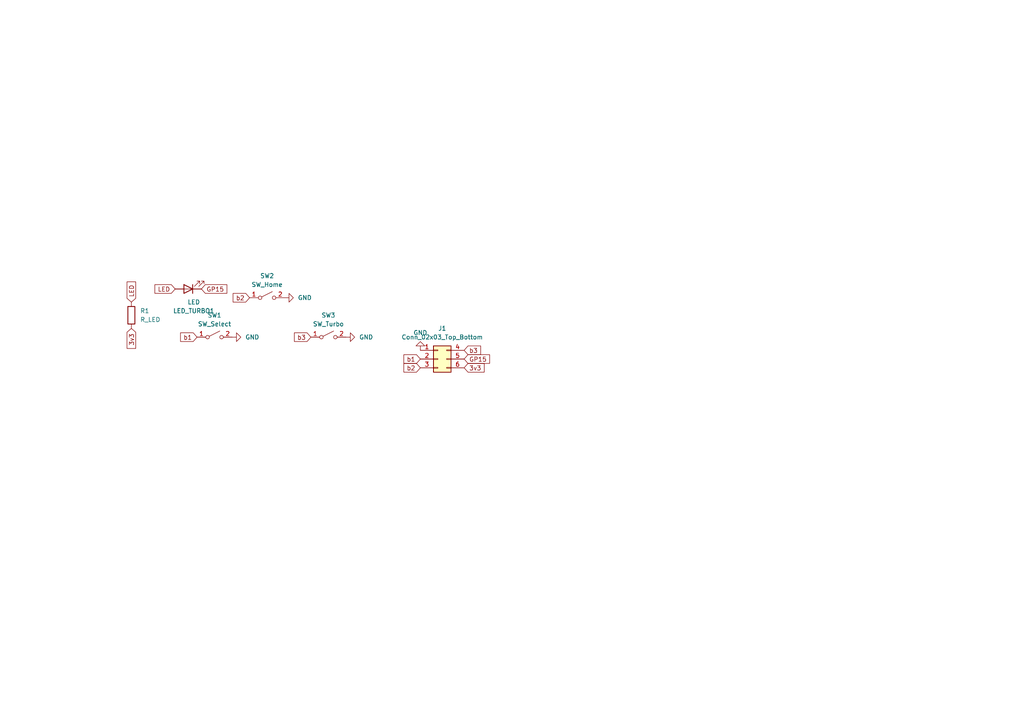
<source format=kicad_sch>
(kicad_sch (version 20211123) (generator eeschema)
  (paper "A4")
  (lib_symbols
    (symbol "Connector_Generic:Conn_02x03_Top_Bottom" (pin_names (offset 1.016) hide)
      (property "Reference" "J" (at 1.27 5.08 0))
      (property "Value" "Conn_02x03_Top_Bottom" (at 1.27 -5.08 0))
      (symbol "Conn_02x03_Top_Bottom_1_1"
        (rectangle (start -1.27 -2.413) (end 0 -2.667) (stroke (width 0.1524)))
        (rectangle (start -1.27 0.127) (end 0 -0.127) (stroke (width 0.1524)))
        (rectangle (start -1.27 2.667) (end 0 2.413) (stroke (width 0.1524)))
        (rectangle (start -1.27 3.81) (end 3.81 -3.81) (stroke (width 0.254)) (fill (type background)))
        (rectangle (start 3.81 -2.413) (end 2.54 -2.667) (stroke (width 0.1524)))
        (rectangle (start 3.81 0.127) (end 2.54 -0.127) (stroke (width 0.1524)))
        (rectangle (start 3.81 2.667) (end 2.54 2.413) (stroke (width 0.1524)))
        (pin passive line (at -5.08 2.54 0) (length 3.81) (name "Pin_1") (number "1"))
        (pin passive line (at -5.08 0 0) (length 3.81) (name "Pin_2") (number "2"))
        (pin passive line (at -5.08 -2.54 0) (length 3.81) (name "Pin_3") (number "3"))
        (pin passive line (at 7.62 2.54 180) (length 3.81) (name "Pin_4") (number "4"))
        (pin passive line (at 7.62 0 180) (length 3.81) (name "Pin_5") (number "5"))
        (pin passive line (at 7.62 -2.54 180) (length 3.81) (name "Pin_6") (number "6"))
      )
    )
    (symbol "Device:LED" (pin_numbers hide) (pin_names (offset 1.016) hide)
      (property "Reference" "D" (at 0 2.54 0))
      (property "Value" "LED" (at 0 -2.54 0))
      (symbol "LED_0_1"
        (polyline (pts (xy -1.27 -1.27) (xy -1.27 1.27)) (stroke (width 0.254)))
        (polyline (pts (xy -1.27 0) (xy 1.27 0)))
        (polyline (pts (xy 1.27 -1.27) (xy 1.27 1.27) (xy -1.27 0) (xy 1.27 -1.27)) (stroke (width 0.254)))
        (polyline (pts (xy -3.048 -0.762) (xy -4.572 -2.286) (xy -3.81 -2.286) (xy -4.572 -2.286) (xy -4.572 -1.524)))
        (polyline (pts (xy -1.778 -0.762) (xy -3.302 -2.286) (xy -2.54 -2.286) (xy -3.302 -2.286) (xy -3.302 -1.524)))
      )
      (symbol "LED_1_1"
        (pin passive line (at -3.81 0 0) (length 2.54) (name "K") (number "1"))
        (pin passive line (at 3.81 0 180) (length 2.54) (name "A") (number "2"))
      )
    )
    (symbol "Device:R" (pin_numbers hide) (pin_names (offset 0))
      (property "Reference" "R" (at 2.032 0 90))
      (property "Value" "R" (at 0 0 90))
      (symbol "R_0_1"
        (rectangle (start -1.016 -2.54) (end 1.016 2.54) (stroke (width 0.254)))
      )
      (symbol "R_1_1"
        (pin passive line (at 0 3.81 270) (length 1.27) (name "~") (number "1"))
        (pin passive line (at 0 -3.81 90) (length 1.27) (name "~") (number "2"))
      )
    )
    (symbol "Switch:SW_SPST" (pin_names (offset 0) hide)
      (property "Reference" "SW" (at 0 3.175 0))
      (property "Value" "SW_SPST" (at 0 -2.54 0))
      (symbol "SW_SPST_0_0"
        (circle (center -2.032 0) (radius 0.508))
        (polyline (pts (xy -1.524 0.254) (xy 1.524 1.778)))
        (circle (center 2.032 0) (radius 0.508))
      )
      (symbol "SW_SPST_1_1"
        (pin passive line (at -5.08 0 0) (length 2.54) (name "A") (number "1"))
        (pin passive line (at 5.08 0 180) (length 2.54) (name "B") (number "2"))
      )
    )
    (symbol "power:GND" (power) (pin_names (offset 0))
      (property "Value" "GND" (at 0 -3.81 0))
      (symbol "GND_0_1"
        (polyline (pts (xy 0 0) (xy 0 -1.27) (xy 1.27 -1.27) (xy 0 -2.54) (xy -1.27 -1.27) (xy 0 -1.27)))
      )
      (symbol "GND_1_1"
        (pin power_in line (at 0 0 270) (length 0) hide (name "GND") (number "1"))
      )
    )
  )
  (global_label "b3" (shape input) (at 90.17 97.79 180) (property "Intersheet References" "${INTERSHEET_REFS}" (effects hide)))
  (global_label "b1" (shape input) (at 121.92 104.14 180) (property "Intersheet References" "${INTERSHEET_REFS}" (effects hide)))
  (global_label "GP15" (shape input) (at 58.42 83.82 0) (property "Intersheet References" "${INTERSHEET_REFS}" (effects hide)))
  (global_label "LED" (shape input) (at 50.8 83.82 180) (property "Intersheet References" "${INTERSHEET_REFS}" (effects hide)))
  (global_label "3v3" (shape input) (at 134.62 106.68 0) (property "Intersheet References" "${INTERSHEET_REFS}" (effects hide)))
  (global_label "3v3" (shape input) (at 38.1 95.25 270) (property "Intersheet References" "${INTERSHEET_REFS}" (effects hide)))
  (global_label "b2" (shape input) (at 72.39 86.36 180) (property "Intersheet References" "${INTERSHEET_REFS}" (effects hide)))
  (global_label "b2" (shape input) (at 121.92 106.68 180) (property "Intersheet References" "${INTERSHEET_REFS}" (effects hide)))
  (global_label "b1" (shape input) (at 57.15 97.79 180) (property "Intersheet References" "${INTERSHEET_REFS}" (effects hide)))
  (global_label "b3" (shape input) (at 134.62 101.6 0) (property "Intersheet References" "${INTERSHEET_REFS}" (effects hide)))
  (global_label "LED" (shape input) (at 38.1 87.63 90) (property "Intersheet References" "${INTERSHEET_REFS}" (effects hide)))
  (global_label "GP15" (shape input) (at 134.62 104.14 0) (property "Intersheet References" "${INTERSHEET_REFS}" (effects hide)))
  (symbol (lib_id "power:GND") (at 100.33 97.79 90) (unit 1)
    (property "Reference" "#PWR0101" (effects hide))
    (property "Value" "GND" (at 104.14 97.7899 90) (effects (justify right)))
  )
  (symbol (lib_id "power:GND") (at 121.92 101.6 180) (unit 1)
    (property "Reference" "#PWR0102" (effects hide))
    (property "Value" "GND" (at 121.92 96.52 0))
  )
  (symbol (lib_id "Device:R") (at 38.1 91.44 0) (unit 1)
    (property "Reference" "R1" (at 40.64 90.1699 0) (effects (justify left)))
    (property "Value" "R_LED" (at 40.64 92.7099 0) (effects (justify left)))
    (property "Footprint" "Resistor_THT:R_Axial_DIN0207_L6.3mm_D2.5mm_P7.62mm_Horizontal" (effects hide))
  )
  (symbol (lib_id "Switch:SW_SPST") (at 62.23 97.79 0) (unit 1)
    (property "Reference" "SW1" (at 62.23 91.44 0))
    (property "Value" "SW_Select" (at 62.23 93.98 0))
    (property "Footprint" "components:membrane_button" (effects hide))
  )
  (symbol (lib_id "Switch:SW_SPST") (at 77.47 86.36 0) (unit 1)
    (property "Reference" "SW2" (at 77.47 80.01 0))
    (property "Value" "SW_Home" (at 77.47 82.55 0))
    (property "Footprint" "components:membrane_button" (effects hide))
  )
  (symbol (lib_id "power:GND") (at 67.31 97.79 90) (unit 1)
    (property "Reference" "#PWR0103" (effects hide))
    (property "Value" "GND" (at 71.12 97.7899 90) (effects (justify right)))
  )
  (symbol (lib_id "power:GND") (at 82.55 86.36 90) (unit 1)
    (property "Reference" "#PWR0104" (effects hide))
    (property "Value" "GND" (at 86.36 86.3599 90) (effects (justify right)))
  )
  (symbol (lib_id "Switch:SW_SPST") (at 95.25 97.79 0) (unit 1)
    (property "Reference" "SW3" (at 95.25 91.44 0))
    (property "Value" "SW_Turbo" (at 95.25 93.98 0))
    (property "Footprint" "components:membrane_button" (effects hide))
  )
  (symbol (lib_id "Connector_Generic:Conn_02x03_Top_Bottom") (at 127 104.14 0) (unit 1)
    (property "Reference" "J1" (at 128.27 95.25 0))
    (property "Value" "Conn_02x03_Top_Bottom" (at 128.27 97.79 0))
    (property "Footprint" "Connector_PinHeader_1.00mm:PinHeader_1x06_P1.00mm_Horizontal" (effects hide))
  )
  (symbol (lib_id "Device:LED") (at 54.61 83.82 180) (unit 1)
    (property "Reference" "LED_TURBO1" (at 56.1975 90.17 0))
    (property "Value" "LED" (at 56.1975 87.63 0))
    (property "Footprint" "LED_THT:LED_D5.0mm" (effects hide))
  )
)
</source>
